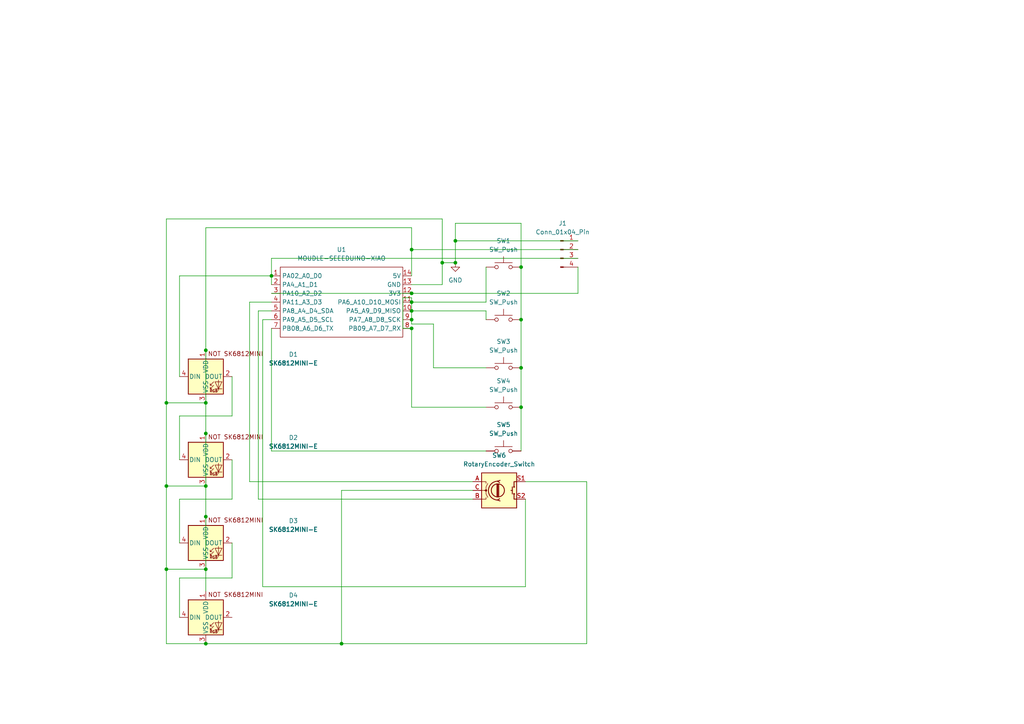
<source format=kicad_sch>
(kicad_sch
	(version 20250114)
	(generator "eeschema")
	(generator_version "9.0")
	(uuid "1af096c3-4b56-410f-862a-c6acb78fde9a")
	(paper "A4")
	(lib_symbols
		(symbol "Connector:Conn_01x04_Pin"
			(pin_names
				(offset 1.016)
				(hide yes)
			)
			(exclude_from_sim no)
			(in_bom yes)
			(on_board yes)
			(property "Reference" "J"
				(at 0 5.08 0)
				(effects
					(font
						(size 1.27 1.27)
					)
				)
			)
			(property "Value" "Conn_01x04_Pin"
				(at 0 -7.62 0)
				(effects
					(font
						(size 1.27 1.27)
					)
				)
			)
			(property "Footprint" ""
				(at 0 0 0)
				(effects
					(font
						(size 1.27 1.27)
					)
					(hide yes)
				)
			)
			(property "Datasheet" "~"
				(at 0 0 0)
				(effects
					(font
						(size 1.27 1.27)
					)
					(hide yes)
				)
			)
			(property "Description" "Generic connector, single row, 01x04, script generated"
				(at 0 0 0)
				(effects
					(font
						(size 1.27 1.27)
					)
					(hide yes)
				)
			)
			(property "ki_locked" ""
				(at 0 0 0)
				(effects
					(font
						(size 1.27 1.27)
					)
				)
			)
			(property "ki_keywords" "connector"
				(at 0 0 0)
				(effects
					(font
						(size 1.27 1.27)
					)
					(hide yes)
				)
			)
			(property "ki_fp_filters" "Connector*:*_1x??_*"
				(at 0 0 0)
				(effects
					(font
						(size 1.27 1.27)
					)
					(hide yes)
				)
			)
			(symbol "Conn_01x04_Pin_1_1"
				(rectangle
					(start 0.8636 2.667)
					(end 0 2.413)
					(stroke
						(width 0.1524)
						(type default)
					)
					(fill
						(type outline)
					)
				)
				(rectangle
					(start 0.8636 0.127)
					(end 0 -0.127)
					(stroke
						(width 0.1524)
						(type default)
					)
					(fill
						(type outline)
					)
				)
				(rectangle
					(start 0.8636 -2.413)
					(end 0 -2.667)
					(stroke
						(width 0.1524)
						(type default)
					)
					(fill
						(type outline)
					)
				)
				(rectangle
					(start 0.8636 -4.953)
					(end 0 -5.207)
					(stroke
						(width 0.1524)
						(type default)
					)
					(fill
						(type outline)
					)
				)
				(polyline
					(pts
						(xy 1.27 2.54) (xy 0.8636 2.54)
					)
					(stroke
						(width 0.1524)
						(type default)
					)
					(fill
						(type none)
					)
				)
				(polyline
					(pts
						(xy 1.27 0) (xy 0.8636 0)
					)
					(stroke
						(width 0.1524)
						(type default)
					)
					(fill
						(type none)
					)
				)
				(polyline
					(pts
						(xy 1.27 -2.54) (xy 0.8636 -2.54)
					)
					(stroke
						(width 0.1524)
						(type default)
					)
					(fill
						(type none)
					)
				)
				(polyline
					(pts
						(xy 1.27 -5.08) (xy 0.8636 -5.08)
					)
					(stroke
						(width 0.1524)
						(type default)
					)
					(fill
						(type none)
					)
				)
				(pin passive line
					(at 5.08 2.54 180)
					(length 3.81)
					(name "Pin_1"
						(effects
							(font
								(size 1.27 1.27)
							)
						)
					)
					(number "1"
						(effects
							(font
								(size 1.27 1.27)
							)
						)
					)
				)
				(pin passive line
					(at 5.08 0 180)
					(length 3.81)
					(name "Pin_2"
						(effects
							(font
								(size 1.27 1.27)
							)
						)
					)
					(number "2"
						(effects
							(font
								(size 1.27 1.27)
							)
						)
					)
				)
				(pin passive line
					(at 5.08 -2.54 180)
					(length 3.81)
					(name "Pin_3"
						(effects
							(font
								(size 1.27 1.27)
							)
						)
					)
					(number "3"
						(effects
							(font
								(size 1.27 1.27)
							)
						)
					)
				)
				(pin passive line
					(at 5.08 -5.08 180)
					(length 3.81)
					(name "Pin_4"
						(effects
							(font
								(size 1.27 1.27)
							)
						)
					)
					(number "4"
						(effects
							(font
								(size 1.27 1.27)
							)
						)
					)
				)
			)
			(embedded_fonts no)
		)
		(symbol "Device:RotaryEncoder_Switch"
			(pin_names
				(offset 0.254)
				(hide yes)
			)
			(exclude_from_sim no)
			(in_bom yes)
			(on_board yes)
			(property "Reference" "SW"
				(at 0 6.604 0)
				(effects
					(font
						(size 1.27 1.27)
					)
				)
			)
			(property "Value" "RotaryEncoder_Switch"
				(at 0 -6.604 0)
				(effects
					(font
						(size 1.27 1.27)
					)
				)
			)
			(property "Footprint" ""
				(at -3.81 4.064 0)
				(effects
					(font
						(size 1.27 1.27)
					)
					(hide yes)
				)
			)
			(property "Datasheet" "~"
				(at 0 6.604 0)
				(effects
					(font
						(size 1.27 1.27)
					)
					(hide yes)
				)
			)
			(property "Description" "Rotary encoder, dual channel, incremental quadrate outputs, with switch"
				(at 0 0 0)
				(effects
					(font
						(size 1.27 1.27)
					)
					(hide yes)
				)
			)
			(property "ki_keywords" "rotary switch encoder switch push button"
				(at 0 0 0)
				(effects
					(font
						(size 1.27 1.27)
					)
					(hide yes)
				)
			)
			(property "ki_fp_filters" "RotaryEncoder*Switch*"
				(at 0 0 0)
				(effects
					(font
						(size 1.27 1.27)
					)
					(hide yes)
				)
			)
			(symbol "RotaryEncoder_Switch_0_1"
				(rectangle
					(start -5.08 5.08)
					(end 5.08 -5.08)
					(stroke
						(width 0.254)
						(type default)
					)
					(fill
						(type background)
					)
				)
				(polyline
					(pts
						(xy -5.08 2.54) (xy -3.81 2.54) (xy -3.81 2.032)
					)
					(stroke
						(width 0)
						(type default)
					)
					(fill
						(type none)
					)
				)
				(polyline
					(pts
						(xy -5.08 0) (xy -3.81 0) (xy -3.81 -1.016) (xy -3.302 -2.032)
					)
					(stroke
						(width 0)
						(type default)
					)
					(fill
						(type none)
					)
				)
				(polyline
					(pts
						(xy -5.08 -2.54) (xy -3.81 -2.54) (xy -3.81 -2.032)
					)
					(stroke
						(width 0)
						(type default)
					)
					(fill
						(type none)
					)
				)
				(polyline
					(pts
						(xy -4.318 0) (xy -3.81 0) (xy -3.81 1.016) (xy -3.302 2.032)
					)
					(stroke
						(width 0)
						(type default)
					)
					(fill
						(type none)
					)
				)
				(circle
					(center -3.81 0)
					(radius 0.254)
					(stroke
						(width 0)
						(type default)
					)
					(fill
						(type outline)
					)
				)
				(polyline
					(pts
						(xy -0.635 -1.778) (xy -0.635 1.778)
					)
					(stroke
						(width 0.254)
						(type default)
					)
					(fill
						(type none)
					)
				)
				(circle
					(center -0.381 0)
					(radius 1.905)
					(stroke
						(width 0.254)
						(type default)
					)
					(fill
						(type none)
					)
				)
				(polyline
					(pts
						(xy -0.381 -1.778) (xy -0.381 1.778)
					)
					(stroke
						(width 0.254)
						(type default)
					)
					(fill
						(type none)
					)
				)
				(arc
					(start -0.381 -2.794)
					(mid -3.0988 -0.0635)
					(end -0.381 2.667)
					(stroke
						(width 0.254)
						(type default)
					)
					(fill
						(type none)
					)
				)
				(polyline
					(pts
						(xy -0.127 1.778) (xy -0.127 -1.778)
					)
					(stroke
						(width 0.254)
						(type default)
					)
					(fill
						(type none)
					)
				)
				(polyline
					(pts
						(xy 0.254 2.921) (xy -0.508 2.667) (xy 0.127 2.286)
					)
					(stroke
						(width 0.254)
						(type default)
					)
					(fill
						(type none)
					)
				)
				(polyline
					(pts
						(xy 0.254 -3.048) (xy -0.508 -2.794) (xy 0.127 -2.413)
					)
					(stroke
						(width 0.254)
						(type default)
					)
					(fill
						(type none)
					)
				)
				(polyline
					(pts
						(xy 3.81 1.016) (xy 3.81 -1.016)
					)
					(stroke
						(width 0.254)
						(type default)
					)
					(fill
						(type none)
					)
				)
				(polyline
					(pts
						(xy 3.81 0) (xy 3.429 0)
					)
					(stroke
						(width 0.254)
						(type default)
					)
					(fill
						(type none)
					)
				)
				(circle
					(center 4.318 1.016)
					(radius 0.127)
					(stroke
						(width 0.254)
						(type default)
					)
					(fill
						(type none)
					)
				)
				(circle
					(center 4.318 -1.016)
					(radius 0.127)
					(stroke
						(width 0.254)
						(type default)
					)
					(fill
						(type none)
					)
				)
				(polyline
					(pts
						(xy 5.08 2.54) (xy 4.318 2.54) (xy 4.318 1.016)
					)
					(stroke
						(width 0.254)
						(type default)
					)
					(fill
						(type none)
					)
				)
				(polyline
					(pts
						(xy 5.08 -2.54) (xy 4.318 -2.54) (xy 4.318 -1.016)
					)
					(stroke
						(width 0.254)
						(type default)
					)
					(fill
						(type none)
					)
				)
			)
			(symbol "RotaryEncoder_Switch_1_1"
				(pin passive line
					(at -7.62 2.54 0)
					(length 2.54)
					(name "A"
						(effects
							(font
								(size 1.27 1.27)
							)
						)
					)
					(number "A"
						(effects
							(font
								(size 1.27 1.27)
							)
						)
					)
				)
				(pin passive line
					(at -7.62 0 0)
					(length 2.54)
					(name "C"
						(effects
							(font
								(size 1.27 1.27)
							)
						)
					)
					(number "C"
						(effects
							(font
								(size 1.27 1.27)
							)
						)
					)
				)
				(pin passive line
					(at -7.62 -2.54 0)
					(length 2.54)
					(name "B"
						(effects
							(font
								(size 1.27 1.27)
							)
						)
					)
					(number "B"
						(effects
							(font
								(size 1.27 1.27)
							)
						)
					)
				)
				(pin passive line
					(at 7.62 2.54 180)
					(length 2.54)
					(name "S1"
						(effects
							(font
								(size 1.27 1.27)
							)
						)
					)
					(number "S1"
						(effects
							(font
								(size 1.27 1.27)
							)
						)
					)
				)
				(pin passive line
					(at 7.62 -2.54 180)
					(length 2.54)
					(name "S2"
						(effects
							(font
								(size 1.27 1.27)
							)
						)
					)
					(number "S2"
						(effects
							(font
								(size 1.27 1.27)
							)
						)
					)
				)
			)
			(embedded_fonts no)
		)
		(symbol "Hackpad:SK6812MINI-E"
			(pin_names
				(offset 0.254)
			)
			(exclude_from_sim no)
			(in_bom yes)
			(on_board yes)
			(property "Reference" "D"
				(at -3.556 5.842 0)
				(effects
					(font
						(size 1.27 1.27)
					)
					(justify right bottom)
				)
			)
			(property "Value" "SK6812MINI-E"
				(at 1.27 -5.715 0)
				(effects
					(font
						(size 1.27 1.27)
						(thickness 0.254)
						(bold yes)
					)
					(justify left top)
				)
			)
			(property "Footprint" "SK6812MINI-E - 3.2x2.8x1.78mm"
				(at 1.27 -7.62 0)
				(effects
					(font
						(size 1.27 1.27)
					)
					(justify left top)
					(hide yes)
				)
			)
			(property "Datasheet" "https://cdn-shop.adafruit.com/product-files/4960/4960_SK6812MINI-E_REV02_EN.pdf"
				(at 2.54 -9.525 0)
				(effects
					(font
						(size 1.27 1.27)
					)
					(justify left top)
					(hide yes)
				)
			)
			(property "Description" "RGB LED with integrated controller"
				(at 0 0 0)
				(effects
					(font
						(size 1.27 1.27)
					)
					(hide yes)
				)
			)
			(property "ki_keywords" "RGB LED NeoPixel Mini addressable"
				(at 0 0 0)
				(effects
					(font
						(size 1.27 1.27)
					)
					(hide yes)
				)
			)
			(property "ki_fp_filters" "LED*SK6812MINI*PLCC*3.5x3.5mm*P1.75mm*"
				(at 0 0 0)
				(effects
					(font
						(size 1.27 1.27)
					)
					(hide yes)
				)
			)
			(symbol "SK6812MINI-E_0_0"
				(text "RGB"
					(at 2.286 -4.191 0)
					(effects
						(font
							(size 0.762 0.762)
						)
					)
				)
			)
			(symbol "SK6812MINI-E_0_1"
				(rectangle
					(start -5.08 5.08)
					(end 5.08 -5.08)
					(stroke
						(width 0.254)
						(type default)
					)
					(fill
						(type background)
					)
				)
				(polyline
					(pts
						(xy 1.27 -2.54) (xy 1.778 -2.54)
					)
					(stroke
						(width 0)
						(type default)
					)
					(fill
						(type none)
					)
				)
				(polyline
					(pts
						(xy 1.27 -3.556) (xy 1.778 -3.556)
					)
					(stroke
						(width 0)
						(type default)
					)
					(fill
						(type none)
					)
				)
				(polyline
					(pts
						(xy 2.286 -1.524) (xy 1.27 -2.54) (xy 1.27 -2.032)
					)
					(stroke
						(width 0)
						(type default)
					)
					(fill
						(type none)
					)
				)
				(polyline
					(pts
						(xy 2.286 -2.54) (xy 1.27 -3.556) (xy 1.27 -3.048)
					)
					(stroke
						(width 0)
						(type default)
					)
					(fill
						(type none)
					)
				)
				(polyline
					(pts
						(xy 3.683 -1.016) (xy 3.683 -3.556) (xy 3.683 -4.064)
					)
					(stroke
						(width 0)
						(type default)
					)
					(fill
						(type none)
					)
				)
				(polyline
					(pts
						(xy 4.699 -1.524) (xy 2.667 -1.524) (xy 3.683 -3.556) (xy 4.699 -1.524)
					)
					(stroke
						(width 0)
						(type default)
					)
					(fill
						(type none)
					)
				)
				(polyline
					(pts
						(xy 4.699 -3.556) (xy 2.667 -3.556)
					)
					(stroke
						(width 0)
						(type default)
					)
					(fill
						(type none)
					)
				)
			)
			(symbol "SK6812MINI-E_1_1"
				(text "NOT SK6812MINI"
					(at 8.636 6.604 0)
					(effects
						(font
							(size 1.27 1.27)
						)
					)
				)
				(pin input line
					(at -7.62 0 0)
					(length 2.54)
					(name "DIN"
						(effects
							(font
								(size 1.27 1.27)
							)
						)
					)
					(number "4"
						(effects
							(font
								(size 1.27 1.27)
							)
						)
					)
				)
				(pin power_in line
					(at 0 7.62 270)
					(length 2.54)
					(name "VDD"
						(effects
							(font
								(size 1.27 1.27)
							)
						)
					)
					(number "1"
						(effects
							(font
								(size 1.27 1.27)
							)
						)
					)
				)
				(pin power_in line
					(at 0 -7.62 90)
					(length 2.54)
					(name "VSS"
						(effects
							(font
								(size 1.27 1.27)
							)
						)
					)
					(number "3"
						(effects
							(font
								(size 1.27 1.27)
							)
						)
					)
				)
				(pin output line
					(at 7.62 0 180)
					(length 2.54)
					(name "DOUT"
						(effects
							(font
								(size 1.27 1.27)
							)
						)
					)
					(number "2"
						(effects
							(font
								(size 1.27 1.27)
							)
						)
					)
				)
			)
			(embedded_fonts no)
		)
		(symbol "Hackpad_xiao:MOUDLE-SEEEDUINO-XIAO"
			(exclude_from_sim no)
			(in_bom yes)
			(on_board yes)
			(property "Reference" "U"
				(at -16.51 11.43 0)
				(effects
					(font
						(size 1.27 1.27)
					)
				)
			)
			(property "Value" "MOUDLE-SEEEDUINO-XIAO"
				(at -3.81 -11.43 0)
				(effects
					(font
						(size 1.27 1.27)
					)
				)
			)
			(property "Footprint" ""
				(at -16.51 2.54 0)
				(effects
					(font
						(size 1.27 1.27)
					)
					(hide yes)
				)
			)
			(property "Datasheet" ""
				(at -16.51 2.54 0)
				(effects
					(font
						(size 1.27 1.27)
					)
					(hide yes)
				)
			)
			(property "Description" ""
				(at 0 0 0)
				(effects
					(font
						(size 1.27 1.27)
					)
					(hide yes)
				)
			)
			(symbol "MOUDLE-SEEEDUINO-XIAO_0_1"
				(rectangle
					(start -16.51 10.16)
					(end 19.05 -10.16)
					(stroke
						(width 0)
						(type default)
					)
					(fill
						(type none)
					)
				)
			)
			(symbol "MOUDLE-SEEEDUINO-XIAO_1_1"
				(pin passive line
					(at -19.05 7.62 0)
					(length 2.54)
					(name "PA02_A0_D0"
						(effects
							(font
								(size 1.27 1.27)
							)
						)
					)
					(number "1"
						(effects
							(font
								(size 1.27 1.27)
							)
						)
					)
				)
				(pin passive line
					(at -19.05 5.08 0)
					(length 2.54)
					(name "PA4_A1_D1"
						(effects
							(font
								(size 1.27 1.27)
							)
						)
					)
					(number "2"
						(effects
							(font
								(size 1.27 1.27)
							)
						)
					)
				)
				(pin passive line
					(at -19.05 2.54 0)
					(length 2.54)
					(name "PA10_A2_D2"
						(effects
							(font
								(size 1.27 1.27)
							)
						)
					)
					(number "3"
						(effects
							(font
								(size 1.27 1.27)
							)
						)
					)
				)
				(pin passive line
					(at -19.05 0 0)
					(length 2.54)
					(name "PA11_A3_D3"
						(effects
							(font
								(size 1.27 1.27)
							)
						)
					)
					(number "4"
						(effects
							(font
								(size 1.27 1.27)
							)
						)
					)
				)
				(pin passive line
					(at -19.05 -2.54 0)
					(length 2.54)
					(name "PA8_A4_D4_SDA"
						(effects
							(font
								(size 1.27 1.27)
							)
						)
					)
					(number "5"
						(effects
							(font
								(size 1.27 1.27)
							)
						)
					)
				)
				(pin passive line
					(at -19.05 -5.08 0)
					(length 2.54)
					(name "PA9_A5_D5_SCL"
						(effects
							(font
								(size 1.27 1.27)
							)
						)
					)
					(number "6"
						(effects
							(font
								(size 1.27 1.27)
							)
						)
					)
				)
				(pin passive line
					(at -19.05 -7.62 0)
					(length 2.54)
					(name "PB08_A6_D6_TX"
						(effects
							(font
								(size 1.27 1.27)
							)
						)
					)
					(number "7"
						(effects
							(font
								(size 1.27 1.27)
							)
						)
					)
				)
				(pin passive line
					(at 21.59 7.62 180)
					(length 2.54)
					(name "5V"
						(effects
							(font
								(size 1.27 1.27)
							)
						)
					)
					(number "14"
						(effects
							(font
								(size 1.27 1.27)
							)
						)
					)
				)
				(pin passive line
					(at 21.59 5.08 180)
					(length 2.54)
					(name "GND"
						(effects
							(font
								(size 1.27 1.27)
							)
						)
					)
					(number "13"
						(effects
							(font
								(size 1.27 1.27)
							)
						)
					)
				)
				(pin passive line
					(at 21.59 2.54 180)
					(length 2.54)
					(name "3V3"
						(effects
							(font
								(size 1.27 1.27)
							)
						)
					)
					(number "12"
						(effects
							(font
								(size 1.27 1.27)
							)
						)
					)
				)
				(pin passive line
					(at 21.59 0 180)
					(length 2.54)
					(name "PA6_A10_D10_MOSI"
						(effects
							(font
								(size 1.27 1.27)
							)
						)
					)
					(number "11"
						(effects
							(font
								(size 1.27 1.27)
							)
						)
					)
				)
				(pin passive line
					(at 21.59 -2.54 180)
					(length 2.54)
					(name "PA5_A9_D9_MISO"
						(effects
							(font
								(size 1.27 1.27)
							)
						)
					)
					(number "10"
						(effects
							(font
								(size 1.27 1.27)
							)
						)
					)
				)
				(pin passive line
					(at 21.59 -5.08 180)
					(length 2.54)
					(name "PA7_A8_D8_SCK"
						(effects
							(font
								(size 1.27 1.27)
							)
						)
					)
					(number "9"
						(effects
							(font
								(size 1.27 1.27)
							)
						)
					)
				)
				(pin passive line
					(at 21.59 -7.62 180)
					(length 2.54)
					(name "PB09_A7_D7_RX"
						(effects
							(font
								(size 1.27 1.27)
							)
						)
					)
					(number "8"
						(effects
							(font
								(size 1.27 1.27)
							)
						)
					)
				)
			)
			(embedded_fonts no)
		)
		(symbol "Switch:SW_Push"
			(pin_numbers
				(hide yes)
			)
			(pin_names
				(offset 1.016)
				(hide yes)
			)
			(exclude_from_sim no)
			(in_bom yes)
			(on_board yes)
			(property "Reference" "SW"
				(at 1.27 2.54 0)
				(effects
					(font
						(size 1.27 1.27)
					)
					(justify left)
				)
			)
			(property "Value" "SW_Push"
				(at 0 -1.524 0)
				(effects
					(font
						(size 1.27 1.27)
					)
				)
			)
			(property "Footprint" ""
				(at 0 5.08 0)
				(effects
					(font
						(size 1.27 1.27)
					)
					(hide yes)
				)
			)
			(property "Datasheet" "~"
				(at 0 5.08 0)
				(effects
					(font
						(size 1.27 1.27)
					)
					(hide yes)
				)
			)
			(property "Description" "Push button switch, generic, two pins"
				(at 0 0 0)
				(effects
					(font
						(size 1.27 1.27)
					)
					(hide yes)
				)
			)
			(property "ki_keywords" "switch normally-open pushbutton push-button"
				(at 0 0 0)
				(effects
					(font
						(size 1.27 1.27)
					)
					(hide yes)
				)
			)
			(symbol "SW_Push_0_1"
				(circle
					(center -2.032 0)
					(radius 0.508)
					(stroke
						(width 0)
						(type default)
					)
					(fill
						(type none)
					)
				)
				(polyline
					(pts
						(xy 0 1.27) (xy 0 3.048)
					)
					(stroke
						(width 0)
						(type default)
					)
					(fill
						(type none)
					)
				)
				(circle
					(center 2.032 0)
					(radius 0.508)
					(stroke
						(width 0)
						(type default)
					)
					(fill
						(type none)
					)
				)
				(polyline
					(pts
						(xy 2.54 1.27) (xy -2.54 1.27)
					)
					(stroke
						(width 0)
						(type default)
					)
					(fill
						(type none)
					)
				)
				(pin passive line
					(at -5.08 0 0)
					(length 2.54)
					(name "1"
						(effects
							(font
								(size 1.27 1.27)
							)
						)
					)
					(number "1"
						(effects
							(font
								(size 1.27 1.27)
							)
						)
					)
				)
				(pin passive line
					(at 5.08 0 180)
					(length 2.54)
					(name "2"
						(effects
							(font
								(size 1.27 1.27)
							)
						)
					)
					(number "2"
						(effects
							(font
								(size 1.27 1.27)
							)
						)
					)
				)
			)
			(embedded_fonts no)
		)
		(symbol "power:GND"
			(power)
			(pin_numbers
				(hide yes)
			)
			(pin_names
				(offset 0)
				(hide yes)
			)
			(exclude_from_sim no)
			(in_bom yes)
			(on_board yes)
			(property "Reference" "#PWR"
				(at 0 -6.35 0)
				(effects
					(font
						(size 1.27 1.27)
					)
					(hide yes)
				)
			)
			(property "Value" "GND"
				(at 0 -3.81 0)
				(effects
					(font
						(size 1.27 1.27)
					)
				)
			)
			(property "Footprint" ""
				(at 0 0 0)
				(effects
					(font
						(size 1.27 1.27)
					)
					(hide yes)
				)
			)
			(property "Datasheet" ""
				(at 0 0 0)
				(effects
					(font
						(size 1.27 1.27)
					)
					(hide yes)
				)
			)
			(property "Description" "Power symbol creates a global label with name \"GND\" , ground"
				(at 0 0 0)
				(effects
					(font
						(size 1.27 1.27)
					)
					(hide yes)
				)
			)
			(property "ki_keywords" "global power"
				(at 0 0 0)
				(effects
					(font
						(size 1.27 1.27)
					)
					(hide yes)
				)
			)
			(symbol "GND_0_1"
				(polyline
					(pts
						(xy 0 0) (xy 0 -1.27) (xy 1.27 -1.27) (xy 0 -2.54) (xy -1.27 -1.27) (xy 0 -1.27)
					)
					(stroke
						(width 0)
						(type default)
					)
					(fill
						(type none)
					)
				)
			)
			(symbol "GND_1_1"
				(pin power_in line
					(at 0 0 270)
					(length 0)
					(name "~"
						(effects
							(font
								(size 1.27 1.27)
							)
						)
					)
					(number "1"
						(effects
							(font
								(size 1.27 1.27)
							)
						)
					)
				)
			)
			(embedded_fonts no)
		)
	)
	(junction
		(at 119.38 92.71)
		(diameter 0)
		(color 0 0 0 0)
		(uuid "03bb5022-dfa7-4afc-b9fb-b5e16e605c90")
	)
	(junction
		(at 59.69 125.73)
		(diameter 0)
		(color 0 0 0 0)
		(uuid "0fad334f-1abf-4901-91c2-ed6d5b0efa2b")
	)
	(junction
		(at 59.69 149.86)
		(diameter 0)
		(color 0 0 0 0)
		(uuid "1c9a11fc-acbc-4177-a4fb-b819744cf484")
	)
	(junction
		(at 99.06 186.69)
		(diameter 0)
		(color 0 0 0 0)
		(uuid "238d3b95-0cbb-41a5-b06d-c90195cb93c9")
	)
	(junction
		(at 48.26 140.97)
		(diameter 0)
		(color 0 0 0 0)
		(uuid "24fc46ab-5f3c-4b32-b709-0eb43407f67c")
	)
	(junction
		(at 78.74 80.01)
		(diameter 0)
		(color 0 0 0 0)
		(uuid "289dd4a4-da4f-40d6-a8cf-7ee9230b1e86")
	)
	(junction
		(at 59.69 165.1)
		(diameter 0)
		(color 0 0 0 0)
		(uuid "2a3108c2-3f8f-4e8c-a835-8533b0545ea7")
	)
	(junction
		(at 59.69 140.97)
		(diameter 0)
		(color 0 0 0 0)
		(uuid "311b054d-1fdb-446a-af7e-45471251fa60")
	)
	(junction
		(at 151.13 92.71)
		(diameter 0)
		(color 0 0 0 0)
		(uuid "370cbebf-4326-42aa-a417-13a175fdb7e6")
	)
	(junction
		(at 59.69 116.84)
		(diameter 0)
		(color 0 0 0 0)
		(uuid "4287d7e5-6c90-4d2f-9298-43bdc6fcc452")
	)
	(junction
		(at 128.27 76.2)
		(diameter 0)
		(color 0 0 0 0)
		(uuid "44f18e3d-3eca-4569-bcee-a9bb460b9ed1")
	)
	(junction
		(at 59.69 101.6)
		(diameter 0)
		(color 0 0 0 0)
		(uuid "4f6316b8-10c6-4a34-96ee-0dde251c6f65")
	)
	(junction
		(at 59.69 186.69)
		(diameter 0)
		(color 0 0 0 0)
		(uuid "5442d089-0848-46fe-a6c4-00f76b388eef")
	)
	(junction
		(at 132.08 69.85)
		(diameter 0)
		(color 0 0 0 0)
		(uuid "560d729b-c8e8-4cf0-a854-e90a424bd9ea")
	)
	(junction
		(at 119.38 85.09)
		(diameter 0)
		(color 0 0 0 0)
		(uuid "5933fea8-8280-4ede-b6e6-4890606d7365")
	)
	(junction
		(at 119.38 95.25)
		(diameter 0)
		(color 0 0 0 0)
		(uuid "6b3bcd77-ed34-4165-92f3-af96668fa6cf")
	)
	(junction
		(at 119.38 90.17)
		(diameter 0)
		(color 0 0 0 0)
		(uuid "6eaf438d-f329-4ae7-9247-577f72c5df50")
	)
	(junction
		(at 119.38 72.39)
		(diameter 0)
		(color 0 0 0 0)
		(uuid "83c6d315-777a-47b7-8df1-fb4c88b4677a")
	)
	(junction
		(at 151.13 118.11)
		(diameter 0)
		(color 0 0 0 0)
		(uuid "b3a1806d-6e39-4041-895b-8f8b8800d456")
	)
	(junction
		(at 48.26 165.1)
		(diameter 0)
		(color 0 0 0 0)
		(uuid "b3c39334-a5fa-483b-9e50-0908cae36ba5")
	)
	(junction
		(at 132.08 76.2)
		(diameter 0)
		(color 0 0 0 0)
		(uuid "bc36294d-2773-4dcb-b80f-c82b90b88cd5")
	)
	(junction
		(at 151.13 77.47)
		(diameter 0)
		(color 0 0 0 0)
		(uuid "df57bdc1-f14d-40d3-bf47-8ca4335ab3f7")
	)
	(junction
		(at 151.13 106.68)
		(diameter 0)
		(color 0 0 0 0)
		(uuid "e3ee713e-8646-4e13-a736-ab97168b263f")
	)
	(junction
		(at 119.38 87.63)
		(diameter 0)
		(color 0 0 0 0)
		(uuid "ef2a59c9-d7e5-4f38-9a50-123619901bda")
	)
	(junction
		(at 48.26 116.84)
		(diameter 0)
		(color 0 0 0 0)
		(uuid "fe995338-4f17-464a-b0e7-9194b5b16fea")
	)
	(wire
		(pts
			(xy 52.07 167.64) (xy 52.07 179.07)
		)
		(stroke
			(width 0)
			(type default)
		)
		(uuid "02599be2-855f-4cea-b670-fa64a54f5403")
	)
	(wire
		(pts
			(xy 48.26 165.1) (xy 59.69 165.1)
		)
		(stroke
			(width 0)
			(type default)
		)
		(uuid "02ac5732-2f3a-4a86-968e-096f99395fcb")
	)
	(wire
		(pts
			(xy 72.39 139.7) (xy 72.39 87.63)
		)
		(stroke
			(width 0)
			(type default)
		)
		(uuid "05cba936-b217-4ed2-bc3c-74ea6f38f310")
	)
	(wire
		(pts
			(xy 116.84 95.25) (xy 119.38 95.25)
		)
		(stroke
			(width 0)
			(type default)
		)
		(uuid "0624f0e0-1b10-4d79-a5da-91b1a3a95669")
	)
	(wire
		(pts
			(xy 119.38 93.98) (xy 119.38 92.71)
		)
		(stroke
			(width 0)
			(type default)
		)
		(uuid "074eb4e3-0700-442b-a3a1-71ba03a5d5d0")
	)
	(wire
		(pts
			(xy 48.26 186.69) (xy 59.69 186.69)
		)
		(stroke
			(width 0)
			(type default)
		)
		(uuid "07e2af86-7da5-427f-92b2-822e344b4eea")
	)
	(wire
		(pts
			(xy 137.16 144.78) (xy 74.93 144.78)
		)
		(stroke
			(width 0)
			(type default)
		)
		(uuid "0decd91d-f1ab-40e6-a0ba-a3b69817e341")
	)
	(wire
		(pts
			(xy 59.69 66.04) (xy 119.38 66.04)
		)
		(stroke
			(width 0)
			(type default)
		)
		(uuid "14e05f87-7b14-4c66-ba79-c761e29ac8af")
	)
	(wire
		(pts
			(xy 132.08 64.77) (xy 132.08 69.85)
		)
		(stroke
			(width 0)
			(type default)
		)
		(uuid "1c844bd3-2c80-4ac4-ba66-7c9b210a63f2")
	)
	(wire
		(pts
			(xy 119.38 118.11) (xy 140.97 118.11)
		)
		(stroke
			(width 0)
			(type default)
		)
		(uuid "1e2d38b5-e48c-43a7-a58c-ecfceb53b6bc")
	)
	(wire
		(pts
			(xy 78.74 130.81) (xy 78.74 95.25)
		)
		(stroke
			(width 0)
			(type default)
		)
		(uuid "234fd9bc-1ba1-4290-a6af-41134cf7056f")
	)
	(wire
		(pts
			(xy 48.26 63.5) (xy 48.26 116.84)
		)
		(stroke
			(width 0)
			(type default)
		)
		(uuid "2b4408b0-89f8-4cfd-8ad8-b95e70398e07")
	)
	(wire
		(pts
			(xy 152.4 144.78) (xy 152.4 170.18)
		)
		(stroke
			(width 0)
			(type default)
		)
		(uuid "2c38cff2-1f17-42bd-9b4f-7f026e60106b")
	)
	(wire
		(pts
			(xy 151.13 77.47) (xy 151.13 64.77)
		)
		(stroke
			(width 0)
			(type default)
		)
		(uuid "35938700-dbd7-42fc-86f4-ba6eb3ffb68a")
	)
	(wire
		(pts
			(xy 170.18 186.69) (xy 99.06 186.69)
		)
		(stroke
			(width 0)
			(type default)
		)
		(uuid "35af334d-ab35-484c-b935-b8d8504b936c")
	)
	(wire
		(pts
			(xy 151.13 77.47) (xy 151.13 92.71)
		)
		(stroke
			(width 0)
			(type default)
		)
		(uuid "3d0eb801-4674-427b-85de-211272416dd2")
	)
	(wire
		(pts
			(xy 59.69 116.84) (xy 59.69 125.73)
		)
		(stroke
			(width 0)
			(type default)
		)
		(uuid "404d7a3d-0f6a-4db8-b0c8-d9b32b007d4e")
	)
	(wire
		(pts
			(xy 140.97 77.47) (xy 140.97 87.63)
		)
		(stroke
			(width 0)
			(type default)
		)
		(uuid "419246da-8b46-40aa-b90b-4a45de8156eb")
	)
	(wire
		(pts
			(xy 151.13 92.71) (xy 151.13 106.68)
		)
		(stroke
			(width 0)
			(type default)
		)
		(uuid "4899e5da-831e-4f35-ad28-49a2d9f54a5e")
	)
	(wire
		(pts
			(xy 119.38 90.17) (xy 140.97 90.17)
		)
		(stroke
			(width 0)
			(type default)
		)
		(uuid "49073953-ebe0-41f8-95c9-d5f6ddd56a3b")
	)
	(wire
		(pts
			(xy 67.31 120.65) (xy 52.07 120.65)
		)
		(stroke
			(width 0)
			(type default)
		)
		(uuid "4c68a3ac-a5a8-498f-b061-8ed4344c70f2")
	)
	(wire
		(pts
			(xy 48.26 140.97) (xy 48.26 165.1)
		)
		(stroke
			(width 0)
			(type default)
		)
		(uuid "570aa49c-409a-42db-990e-6365d3b2a149")
	)
	(wire
		(pts
			(xy 151.13 118.11) (xy 151.13 130.81)
		)
		(stroke
			(width 0)
			(type default)
		)
		(uuid "623bd109-e71a-4303-bd4d-f7e0f5cc268a")
	)
	(wire
		(pts
			(xy 119.38 66.04) (xy 119.38 72.39)
		)
		(stroke
			(width 0)
			(type default)
		)
		(uuid "62d8e0ab-8182-4362-bdae-34f14292e31d")
	)
	(wire
		(pts
			(xy 140.97 130.81) (xy 78.74 130.81)
		)
		(stroke
			(width 0)
			(type default)
		)
		(uuid "63b59957-4764-44b0-b778-718efc85149f")
	)
	(wire
		(pts
			(xy 119.38 90.17) (xy 119.38 92.71)
		)
		(stroke
			(width 0)
			(type default)
		)
		(uuid "647acffa-10c0-40f6-888a-c30c0919571e")
	)
	(wire
		(pts
			(xy 167.64 69.85) (xy 132.08 69.85)
		)
		(stroke
			(width 0)
			(type default)
		)
		(uuid "6ba52b64-3b1f-4043-b715-d88267fde484")
	)
	(wire
		(pts
			(xy 52.07 80.01) (xy 78.74 80.01)
		)
		(stroke
			(width 0)
			(type default)
		)
		(uuid "6d0ed476-6bda-48ee-9a1f-5efbbbc62089")
	)
	(wire
		(pts
			(xy 125.73 93.98) (xy 125.73 106.68)
		)
		(stroke
			(width 0)
			(type default)
		)
		(uuid "6f90ec7b-eca4-441d-aa10-34ada6119488")
	)
	(wire
		(pts
			(xy 137.16 142.24) (xy 99.06 142.24)
		)
		(stroke
			(width 0)
			(type default)
		)
		(uuid "734f0585-09d3-4bb7-8891-faa8c4143cdd")
	)
	(wire
		(pts
			(xy 128.27 63.5) (xy 48.26 63.5)
		)
		(stroke
			(width 0)
			(type default)
		)
		(uuid "73eb9430-9e63-404b-b99c-b2d4fd083bb2")
	)
	(wire
		(pts
			(xy 78.74 80.01) (xy 78.74 82.55)
		)
		(stroke
			(width 0)
			(type default)
		)
		(uuid "7861ad11-dd89-4850-96ff-9e07fa4d5edc")
	)
	(wire
		(pts
			(xy 167.64 72.39) (xy 119.38 72.39)
		)
		(stroke
			(width 0)
			(type default)
		)
		(uuid "7a0c5b9b-1480-461c-a737-2dd088ceb958")
	)
	(wire
		(pts
			(xy 125.73 93.98) (xy 119.38 93.98)
		)
		(stroke
			(width 0)
			(type default)
		)
		(uuid "7a7304db-a9d4-4dea-a65c-ba3d0f865028")
	)
	(wire
		(pts
			(xy 99.06 186.69) (xy 59.69 186.69)
		)
		(stroke
			(width 0)
			(type default)
		)
		(uuid "7f52a0ee-e02c-43f7-a536-f9d1af6377c5")
	)
	(wire
		(pts
			(xy 48.26 140.97) (xy 59.69 140.97)
		)
		(stroke
			(width 0)
			(type default)
		)
		(uuid "83a9da53-913e-4943-a319-e2c4fbfef527")
	)
	(wire
		(pts
			(xy 152.4 170.18) (xy 76.2 170.18)
		)
		(stroke
			(width 0)
			(type default)
		)
		(uuid "85812a93-5275-4a4d-bec8-800d7f1eda81")
	)
	(wire
		(pts
			(xy 59.69 101.6) (xy 59.69 116.84)
		)
		(stroke
			(width 0)
			(type default)
		)
		(uuid "85ac89f1-4a3e-4287-8da5-4b3acc9b9b8f")
	)
	(wire
		(pts
			(xy 152.4 139.7) (xy 170.18 139.7)
		)
		(stroke
			(width 0)
			(type default)
		)
		(uuid "8c26ad4e-38dd-4194-9546-202b4b8ee7a2")
	)
	(wire
		(pts
			(xy 59.69 66.04) (xy 59.69 101.6)
		)
		(stroke
			(width 0)
			(type default)
		)
		(uuid "8ce82789-4573-49f3-87a2-985c82251dd6")
	)
	(wire
		(pts
			(xy 167.64 74.93) (xy 78.74 74.93)
		)
		(stroke
			(width 0)
			(type default)
		)
		(uuid "9252c8e2-96d9-4b3f-b98e-6898fa74d8e9")
	)
	(wire
		(pts
			(xy 119.38 87.63) (xy 119.38 90.17)
		)
		(stroke
			(width 0)
			(type default)
		)
		(uuid "97173479-98fa-4b0e-a04f-b5ae4fc170e9")
	)
	(wire
		(pts
			(xy 78.74 74.93) (xy 78.74 80.01)
		)
		(stroke
			(width 0)
			(type default)
		)
		(uuid "9a28dabe-d30e-4ad3-9a43-ff8795f6de98")
	)
	(wire
		(pts
			(xy 52.07 144.78) (xy 52.07 157.48)
		)
		(stroke
			(width 0)
			(type default)
		)
		(uuid "9afb90c4-46f1-4f1b-b93b-f7b63d532733")
	)
	(wire
		(pts
			(xy 99.06 142.24) (xy 99.06 186.69)
		)
		(stroke
			(width 0)
			(type default)
		)
		(uuid "9b6ea27e-9353-41a3-8c49-7c2dbb69f86a")
	)
	(wire
		(pts
			(xy 132.08 76.2) (xy 128.27 76.2)
		)
		(stroke
			(width 0)
			(type default)
		)
		(uuid "9c3e4634-f3b5-43ba-9cee-acb5f43e3969")
	)
	(wire
		(pts
			(xy 59.69 149.86) (xy 59.69 165.1)
		)
		(stroke
			(width 0)
			(type default)
		)
		(uuid "9e9cc06a-da32-404f-893e-9163c7086426")
	)
	(wire
		(pts
			(xy 59.69 140.97) (xy 59.69 149.86)
		)
		(stroke
			(width 0)
			(type default)
		)
		(uuid "9f58e7be-0ddc-4c7a-9063-ed170e55e2f1")
	)
	(wire
		(pts
			(xy 116.84 86.36) (xy 119.38 86.36)
		)
		(stroke
			(width 0)
			(type default)
		)
		(uuid "a1f55309-0b1d-4153-8df5-41a5fe507e07")
	)
	(wire
		(pts
			(xy 119.38 72.39) (xy 119.38 80.01)
		)
		(stroke
			(width 0)
			(type default)
		)
		(uuid "a4a014d2-f8b5-4eef-ac72-ed8e21a91bd8")
	)
	(wire
		(pts
			(xy 48.26 165.1) (xy 48.26 186.69)
		)
		(stroke
			(width 0)
			(type default)
		)
		(uuid "a677748b-65c3-4846-8c66-d31f2349c387")
	)
	(wire
		(pts
			(xy 140.97 90.17) (xy 140.97 92.71)
		)
		(stroke
			(width 0)
			(type default)
		)
		(uuid "a6d35955-9845-4b27-914c-a2771d9a6323")
	)
	(wire
		(pts
			(xy 116.84 95.25) (xy 116.84 86.36)
		)
		(stroke
			(width 0)
			(type default)
		)
		(uuid "a8818ce1-bf40-486f-a656-f23dff44d054")
	)
	(wire
		(pts
			(xy 67.31 167.64) (xy 52.07 167.64)
		)
		(stroke
			(width 0)
			(type default)
		)
		(uuid "addd2131-47e8-424d-9c4a-235caadef7d4")
	)
	(wire
		(pts
			(xy 128.27 82.55) (xy 119.38 82.55)
		)
		(stroke
			(width 0)
			(type default)
		)
		(uuid "af0c1340-bc47-4718-aad7-9c62e8a9381f")
	)
	(wire
		(pts
			(xy 167.64 77.47) (xy 167.64 85.09)
		)
		(stroke
			(width 0)
			(type default)
		)
		(uuid "af1abe09-4b45-4b30-9232-99dd4f6036e9")
	)
	(wire
		(pts
			(xy 67.31 157.48) (xy 67.31 167.64)
		)
		(stroke
			(width 0)
			(type default)
		)
		(uuid "b168c988-40ec-48fd-9a8f-d2f4a1612538")
	)
	(wire
		(pts
			(xy 52.07 120.65) (xy 52.07 133.35)
		)
		(stroke
			(width 0)
			(type default)
		)
		(uuid "bcc8c1bc-c4fa-454e-aff4-33ad6a3a7b44")
	)
	(wire
		(pts
			(xy 140.97 87.63) (xy 119.38 87.63)
		)
		(stroke
			(width 0)
			(type default)
		)
		(uuid "c032b3a2-fd8e-4258-ab5d-01bf5df1b99e")
	)
	(wire
		(pts
			(xy 119.38 85.09) (xy 167.64 85.09)
		)
		(stroke
			(width 0)
			(type default)
		)
		(uuid "c97ff146-9e34-4453-bcce-a755e16f8ee1")
	)
	(wire
		(pts
			(xy 78.74 85.09) (xy 119.38 85.09)
		)
		(stroke
			(width 0)
			(type default)
		)
		(uuid "caaa757b-8cd3-4bea-8dd7-953386004ee4")
	)
	(wire
		(pts
			(xy 67.31 109.22) (xy 67.31 120.65)
		)
		(stroke
			(width 0)
			(type default)
		)
		(uuid "cacfbbb4-8e05-4019-afb9-39110de49598")
	)
	(wire
		(pts
			(xy 137.16 139.7) (xy 72.39 139.7)
		)
		(stroke
			(width 0)
			(type default)
		)
		(uuid "ce9ca3c7-637c-4ce0-8316-11455a41a310")
	)
	(wire
		(pts
			(xy 67.31 133.35) (xy 67.31 144.78)
		)
		(stroke
			(width 0)
			(type default)
		)
		(uuid "d2ff8a35-fcea-4a7e-96a0-532de9fe9b7b")
	)
	(wire
		(pts
			(xy 151.13 106.68) (xy 151.13 118.11)
		)
		(stroke
			(width 0)
			(type default)
		)
		(uuid "d44ab4f9-fde4-47a7-bc8d-39fd1d8c7979")
	)
	(wire
		(pts
			(xy 48.26 116.84) (xy 48.26 140.97)
		)
		(stroke
			(width 0)
			(type default)
		)
		(uuid "d583b780-4a20-49a0-a234-341ea2ea46d7")
	)
	(wire
		(pts
			(xy 128.27 76.2) (xy 128.27 82.55)
		)
		(stroke
			(width 0)
			(type default)
		)
		(uuid "de8b8980-e438-4ff3-a3fd-889ac61afb2c")
	)
	(wire
		(pts
			(xy 72.39 87.63) (xy 78.74 87.63)
		)
		(stroke
			(width 0)
			(type default)
		)
		(uuid "df7ff180-69e7-4550-b748-5f563478809c")
	)
	(wire
		(pts
			(xy 170.18 139.7) (xy 170.18 186.69)
		)
		(stroke
			(width 0)
			(type default)
		)
		(uuid "dfd31aef-0bc0-4341-93b8-5ff901629741")
	)
	(wire
		(pts
			(xy 59.69 125.73) (xy 59.69 140.97)
		)
		(stroke
			(width 0)
			(type default)
		)
		(uuid "e5054a80-8397-4dec-845f-11ae4cd242c4")
	)
	(wire
		(pts
			(xy 151.13 64.77) (xy 132.08 64.77)
		)
		(stroke
			(width 0)
			(type default)
		)
		(uuid "ebcda48e-bbd6-439a-9347-a6e30c5e8d88")
	)
	(wire
		(pts
			(xy 76.2 170.18) (xy 76.2 92.71)
		)
		(stroke
			(width 0)
			(type default)
		)
		(uuid "ec23a54e-b076-4bae-8930-ec55cc2b73aa")
	)
	(wire
		(pts
			(xy 132.08 69.85) (xy 132.08 76.2)
		)
		(stroke
			(width 0)
			(type default)
		)
		(uuid "ed4a775d-b48e-4116-882e-a7f65bf942ab")
	)
	(wire
		(pts
			(xy 74.93 90.17) (xy 78.74 90.17)
		)
		(stroke
			(width 0)
			(type default)
		)
		(uuid "f04a620e-42d8-483a-a4c0-56be90cdb837")
	)
	(wire
		(pts
			(xy 76.2 92.71) (xy 78.74 92.71)
		)
		(stroke
			(width 0)
			(type default)
		)
		(uuid "f0702ce6-b05e-458f-8c6a-8059b3108773")
	)
	(wire
		(pts
			(xy 48.26 116.84) (xy 59.69 116.84)
		)
		(stroke
			(width 0)
			(type default)
		)
		(uuid "f10407fd-3ae8-41bc-8b30-ed2f1e493ad3")
	)
	(wire
		(pts
			(xy 125.73 106.68) (xy 140.97 106.68)
		)
		(stroke
			(width 0)
			(type default)
		)
		(uuid "f1c6afbb-28c0-4235-9557-8de4200b15ce")
	)
	(wire
		(pts
			(xy 67.31 144.78) (xy 52.07 144.78)
		)
		(stroke
			(width 0)
			(type default)
		)
		(uuid "f2d8d280-6937-4b19-97fc-6a75feb46db0")
	)
	(wire
		(pts
			(xy 52.07 109.22) (xy 52.07 80.01)
		)
		(stroke
			(width 0)
			(type default)
		)
		(uuid "f449d909-c1a6-47a5-89f8-23910da674a9")
	)
	(wire
		(pts
			(xy 128.27 76.2) (xy 128.27 63.5)
		)
		(stroke
			(width 0)
			(type default)
		)
		(uuid "f54f5b1c-d42e-45da-9751-d3a4cfc03b36")
	)
	(wire
		(pts
			(xy 59.69 165.1) (xy 59.69 171.45)
		)
		(stroke
			(width 0)
			(type default)
		)
		(uuid "f55c8e3d-7931-46f4-a450-c25fd4899337")
	)
	(wire
		(pts
			(xy 119.38 86.36) (xy 119.38 87.63)
		)
		(stroke
			(width 0)
			(type default)
		)
		(uuid "f8a64aa9-8c9d-4ee8-9a00-78e94d4fcad9")
	)
	(wire
		(pts
			(xy 74.93 144.78) (xy 74.93 90.17)
		)
		(stroke
			(width 0)
			(type default)
		)
		(uuid "fd6f9fdb-2aff-4403-96a9-772077dbb9b6")
	)
	(wire
		(pts
			(xy 119.38 95.25) (xy 119.38 118.11)
		)
		(stroke
			(width 0)
			(type default)
		)
		(uuid "ffc56a1f-d5f0-44ca-93ba-5a82d0c0e7fc")
	)
	(symbol
		(lib_id "Connector:Conn_01x04_Pin")
		(at 162.56 72.39 0)
		(unit 1)
		(exclude_from_sim no)
		(in_bom yes)
		(on_board yes)
		(dnp no)
		(fields_autoplaced yes)
		(uuid "2c5b3ce8-63e3-448e-8674-fc3a15ff56a8")
		(property "Reference" "J1"
			(at 163.195 64.77 0)
			(effects
				(font
					(size 1.27 1.27)
				)
			)
		)
		(property "Value" "Conn_01x04_Pin"
			(at 163.195 67.31 0)
			(effects
				(font
					(size 1.27 1.27)
				)
			)
		)
		(property "Footprint" "Connector_PinHeader_2.54mm:PinHeader_1x04_P2.54mm_Vertical"
			(at 162.56 72.39 0)
			(effects
				(font
					(size 1.27 1.27)
				)
				(hide yes)
			)
		)
		(property "Datasheet" "~"
			(at 162.56 72.39 0)
			(effects
				(font
					(size 1.27 1.27)
				)
				(hide yes)
			)
		)
		(property "Description" "Generic connector, single row, 01x04, script generated"
			(at 162.56 72.39 0)
			(effects
				(font
					(size 1.27 1.27)
				)
				(hide yes)
			)
		)
		(pin "4"
			(uuid "5884e8c0-03aa-4b52-b238-287ced59fb61")
		)
		(pin "3"
			(uuid "103787fc-d19a-4c69-8315-c341364a5379")
		)
		(pin "2"
			(uuid "1b352e19-5b16-4603-a79c-b58660208f21")
		)
		(pin "1"
			(uuid "a36fba7d-32ac-42ea-b306-e0d447282760")
		)
		(instances
			(project ""
				(path "/1af096c3-4b56-410f-862a-c6acb78fde9a"
					(reference "J1")
					(unit 1)
				)
			)
		)
	)
	(symbol
		(lib_id "Hackpad_xiao:MOUDLE-SEEEDUINO-XIAO")
		(at 97.79 87.63 0)
		(unit 1)
		(exclude_from_sim no)
		(in_bom yes)
		(on_board yes)
		(dnp no)
		(fields_autoplaced yes)
		(uuid "5b2b48fd-81f3-4f83-a6a6-f3587d19cacd")
		(property "Reference" "U1"
			(at 99.06 72.39 0)
			(effects
				(font
					(size 1.27 1.27)
				)
			)
		)
		(property "Value" "MOUDLE-SEEEDUINO-XIAO"
			(at 99.06 74.93 0)
			(effects
				(font
					(size 1.27 1.27)
				)
			)
		)
		(property "Footprint" "Hackpad:XIAO-Generic-Hybrid-14P-2.54-21X17.8MM"
			(at 81.28 85.09 0)
			(effects
				(font
					(size 1.27 1.27)
				)
				(hide yes)
			)
		)
		(property "Datasheet" ""
			(at 81.28 85.09 0)
			(effects
				(font
					(size 1.27 1.27)
				)
				(hide yes)
			)
		)
		(property "Description" ""
			(at 97.79 87.63 0)
			(effects
				(font
					(size 1.27 1.27)
				)
				(hide yes)
			)
		)
		(pin "11"
			(uuid "48869f3d-32cc-4f01-9b09-f363d93fb329")
		)
		(pin "10"
			(uuid "28fe3435-c534-4945-87a8-18c8065f72d4")
		)
		(pin "4"
			(uuid "c5be0c9b-29f5-4bb3-bde3-b677a65e0547")
		)
		(pin "5"
			(uuid "02da3954-1097-4de5-9b2d-d3e995f75512")
		)
		(pin "1"
			(uuid "e3580347-f3b6-4d13-a589-0ec36d450db7")
		)
		(pin "3"
			(uuid "6c888d74-de94-4162-a113-6a3e34f9bf4b")
		)
		(pin "2"
			(uuid "8339eab7-d39d-4b72-a4ff-7c1d6a809595")
		)
		(pin "6"
			(uuid "6b788f32-8520-47db-87c5-ebe705658043")
		)
		(pin "7"
			(uuid "78fa35e3-e991-4a9b-9eca-cfb0f4ffbd74")
		)
		(pin "14"
			(uuid "1b2852be-c300-4c6f-9321-31224d74651a")
		)
		(pin "13"
			(uuid "6aef2e93-4e0a-4670-94aa-70f8b38091ce")
		)
		(pin "12"
			(uuid "5c8b11ad-095c-45b9-9f7d-be1ba856c2dc")
		)
		(pin "9"
			(uuid "66092de6-2c58-4183-ae3e-caac2ad93a27")
		)
		(pin "8"
			(uuid "5e990f6a-a776-4963-9082-ba730ba997be")
		)
		(instances
			(project ""
				(path "/1af096c3-4b56-410f-862a-c6acb78fde9a"
					(reference "U1")
					(unit 1)
				)
			)
		)
	)
	(symbol
		(lib_id "Switch:SW_Push")
		(at 146.05 118.11 0)
		(unit 1)
		(exclude_from_sim no)
		(in_bom yes)
		(on_board yes)
		(dnp no)
		(fields_autoplaced yes)
		(uuid "5d9ae9d4-167b-4309-b8de-b7e98469550a")
		(property "Reference" "SW4"
			(at 146.05 110.49 0)
			(effects
				(font
					(size 1.27 1.27)
				)
			)
		)
		(property "Value" "SW_Push"
			(at 146.05 113.03 0)
			(effects
				(font
					(size 1.27 1.27)
				)
			)
		)
		(property "Footprint" "Button_Switch_Keyboard:SW_Cherry_MX_1.00u_PCB"
			(at 146.05 113.03 0)
			(effects
				(font
					(size 1.27 1.27)
				)
				(hide yes)
			)
		)
		(property "Datasheet" "~"
			(at 146.05 113.03 0)
			(effects
				(font
					(size 1.27 1.27)
				)
				(hide yes)
			)
		)
		(property "Description" "Push button switch, generic, two pins"
			(at 146.05 118.11 0)
			(effects
				(font
					(size 1.27 1.27)
				)
				(hide yes)
			)
		)
		(pin "2"
			(uuid "94c91f7e-ac5d-48f6-8e81-ff6372ca8ff9")
		)
		(pin "1"
			(uuid "215eb822-dfb0-46f8-a31e-474322803a54")
		)
		(instances
			(project ""
				(path "/1af096c3-4b56-410f-862a-c6acb78fde9a"
					(reference "SW4")
					(unit 1)
				)
			)
		)
	)
	(symbol
		(lib_id "Switch:SW_Push")
		(at 146.05 106.68 0)
		(unit 1)
		(exclude_from_sim no)
		(in_bom yes)
		(on_board yes)
		(dnp no)
		(fields_autoplaced yes)
		(uuid "74d5eed0-96f2-4cb6-a31f-e73085f026b9")
		(property "Reference" "SW3"
			(at 146.05 99.06 0)
			(effects
				(font
					(size 1.27 1.27)
				)
			)
		)
		(property "Value" "SW_Push"
			(at 146.05 101.6 0)
			(effects
				(font
					(size 1.27 1.27)
				)
			)
		)
		(property "Footprint" "Button_Switch_Keyboard:SW_Cherry_MX_1.00u_PCB"
			(at 146.05 101.6 0)
			(effects
				(font
					(size 1.27 1.27)
				)
				(hide yes)
			)
		)
		(property "Datasheet" "~"
			(at 146.05 101.6 0)
			(effects
				(font
					(size 1.27 1.27)
				)
				(hide yes)
			)
		)
		(property "Description" "Push button switch, generic, two pins"
			(at 146.05 106.68 0)
			(effects
				(font
					(size 1.27 1.27)
				)
				(hide yes)
			)
		)
		(pin "2"
			(uuid "20c529ba-96bf-4273-8590-6abcaa1d5615")
		)
		(pin "1"
			(uuid "ab734645-a478-46a3-8c95-a96f58c0c6e1")
		)
		(instances
			(project ""
				(path "/1af096c3-4b56-410f-862a-c6acb78fde9a"
					(reference "SW3")
					(unit 1)
				)
			)
		)
	)
	(symbol
		(lib_id "Switch:SW_Push")
		(at 146.05 77.47 0)
		(unit 1)
		(exclude_from_sim no)
		(in_bom yes)
		(on_board yes)
		(dnp no)
		(fields_autoplaced yes)
		(uuid "7d0107a6-0322-4a9a-9c09-e17e55eef45b")
		(property "Reference" "SW1"
			(at 146.05 69.85 0)
			(effects
				(font
					(size 1.27 1.27)
				)
			)
		)
		(property "Value" "SW_Push"
			(at 146.05 72.39 0)
			(effects
				(font
					(size 1.27 1.27)
				)
			)
		)
		(property "Footprint" "Button_Switch_Keyboard:SW_Cherry_MX_1.00u_PCB"
			(at 146.05 72.39 0)
			(effects
				(font
					(size 1.27 1.27)
				)
				(hide yes)
			)
		)
		(property "Datasheet" "~"
			(at 146.05 72.39 0)
			(effects
				(font
					(size 1.27 1.27)
				)
				(hide yes)
			)
		)
		(property "Description" "Push button switch, generic, two pins"
			(at 146.05 77.47 0)
			(effects
				(font
					(size 1.27 1.27)
				)
				(hide yes)
			)
		)
		(pin "1"
			(uuid "22f27211-3ddb-4087-b2f0-4bfa4d500089")
		)
		(pin "2"
			(uuid "60b6be03-d542-4009-ab54-0d35c56c7bda")
		)
		(instances
			(project ""
				(path "/1af096c3-4b56-410f-862a-c6acb78fde9a"
					(reference "SW1")
					(unit 1)
				)
			)
		)
	)
	(symbol
		(lib_id "Switch:SW_Push")
		(at 146.05 130.81 0)
		(unit 1)
		(exclude_from_sim no)
		(in_bom yes)
		(on_board yes)
		(dnp no)
		(fields_autoplaced yes)
		(uuid "a14bed8d-d8c0-4f39-967d-aaabc1405ecf")
		(property "Reference" "SW5"
			(at 146.05 123.19 0)
			(effects
				(font
					(size 1.27 1.27)
				)
			)
		)
		(property "Value" "SW_Push"
			(at 146.05 125.73 0)
			(effects
				(font
					(size 1.27 1.27)
				)
			)
		)
		(property "Footprint" "Button_Switch_Keyboard:SW_Cherry_MX_1.00u_PCB"
			(at 146.05 125.73 0)
			(effects
				(font
					(size 1.27 1.27)
				)
				(hide yes)
			)
		)
		(property "Datasheet" "~"
			(at 146.05 125.73 0)
			(effects
				(font
					(size 1.27 1.27)
				)
				(hide yes)
			)
		)
		(property "Description" "Push button switch, generic, two pins"
			(at 146.05 130.81 0)
			(effects
				(font
					(size 1.27 1.27)
				)
				(hide yes)
			)
		)
		(pin "2"
			(uuid "bb3eaedc-e60f-4332-a18d-6efe5429ccb6")
		)
		(pin "1"
			(uuid "78cf8df6-b343-4d52-9be1-c5f44b727f8e")
		)
		(instances
			(project ""
				(path "/1af096c3-4b56-410f-862a-c6acb78fde9a"
					(reference "SW5")
					(unit 1)
				)
			)
		)
	)
	(symbol
		(lib_id "Hackpad:SK6812MINI-E")
		(at 59.69 157.48 0)
		(unit 1)
		(exclude_from_sim no)
		(in_bom yes)
		(on_board yes)
		(dnp no)
		(fields_autoplaced yes)
		(uuid "a69c60b0-cb58-4480-beac-1f753af58546")
		(property "Reference" "D3"
			(at 85.09 151.0598 0)
			(effects
				(font
					(size 1.27 1.27)
				)
			)
		)
		(property "Value" "SK6812MINI-E"
			(at 85.09 153.5999 0)
			(effects
				(font
					(size 1.27 1.27)
					(thickness 0.254)
					(bold yes)
				)
			)
		)
		(property "Footprint" "Hackpad:SK6812MINI-E_fixed"
			(at 60.96 165.1 0)
			(effects
				(font
					(size 1.27 1.27)
				)
				(justify left top)
				(hide yes)
			)
		)
		(property "Datasheet" "https://cdn-shop.adafruit.com/product-files/4960/4960_SK6812MINI-E_REV02_EN.pdf"
			(at 62.23 167.005 0)
			(effects
				(font
					(size 1.27 1.27)
				)
				(justify left top)
				(hide yes)
			)
		)
		(property "Description" "RGB LED with integrated controller"
			(at 59.69 157.48 0)
			(effects
				(font
					(size 1.27 1.27)
				)
				(hide yes)
			)
		)
		(pin "4"
			(uuid "2ebf9413-d797-4d17-ab5c-1cf1e13e1e28")
		)
		(pin "1"
			(uuid "64028c1e-1610-4813-bd59-0b7a34a42075")
		)
		(pin "2"
			(uuid "cc8dd935-be36-40da-ad93-db3a3eec4262")
		)
		(pin "3"
			(uuid "9473a553-f40b-4936-be2d-658f1c73d003")
		)
		(instances
			(project ""
				(path "/1af096c3-4b56-410f-862a-c6acb78fde9a"
					(reference "D3")
					(unit 1)
				)
			)
		)
	)
	(symbol
		(lib_id "Hackpad:SK6812MINI-E")
		(at 59.69 179.07 0)
		(unit 1)
		(exclude_from_sim no)
		(in_bom yes)
		(on_board yes)
		(dnp no)
		(fields_autoplaced yes)
		(uuid "c98d2573-b7c1-45a1-ad53-fc3958aa8db4")
		(property "Reference" "D4"
			(at 85.09 172.6498 0)
			(effects
				(font
					(size 1.27 1.27)
				)
			)
		)
		(property "Value" "SK6812MINI-E"
			(at 85.09 175.1899 0)
			(effects
				(font
					(size 1.27 1.27)
					(thickness 0.254)
					(bold yes)
				)
			)
		)
		(property "Footprint" "Hackpad:SK6812MINI-E_fixed"
			(at 60.96 186.69 0)
			(effects
				(font
					(size 1.27 1.27)
				)
				(justify left top)
				(hide yes)
			)
		)
		(property "Datasheet" "https://cdn-shop.adafruit.com/product-files/4960/4960_SK6812MINI-E_REV02_EN.pdf"
			(at 62.23 188.595 0)
			(effects
				(font
					(size 1.27 1.27)
				)
				(justify left top)
				(hide yes)
			)
		)
		(property "Description" "RGB LED with integrated controller"
			(at 59.69 179.07 0)
			(effects
				(font
					(size 1.27 1.27)
				)
				(hide yes)
			)
		)
		(pin "1"
			(uuid "c198b043-2df3-4f48-baf6-fef53418f223")
		)
		(pin "2"
			(uuid "719d6647-9655-4359-b999-dcc1775c8f70")
		)
		(pin "4"
			(uuid "592f1f28-b52e-43fa-9f49-a3c11f8bdd0e")
		)
		(pin "3"
			(uuid "21b08659-8aa3-481a-baca-4e4ede615858")
		)
		(instances
			(project ""
				(path "/1af096c3-4b56-410f-862a-c6acb78fde9a"
					(reference "D4")
					(unit 1)
				)
			)
		)
	)
	(symbol
		(lib_id "power:GND")
		(at 132.08 76.2 0)
		(unit 1)
		(exclude_from_sim no)
		(in_bom yes)
		(on_board yes)
		(dnp no)
		(fields_autoplaced yes)
		(uuid "e23ae6d3-3936-4810-8316-3670a1f9d7f4")
		(property "Reference" "#PWR01"
			(at 132.08 82.55 0)
			(effects
				(font
					(size 1.27 1.27)
				)
				(hide yes)
			)
		)
		(property "Value" "GND"
			(at 132.08 81.28 0)
			(effects
				(font
					(size 1.27 1.27)
				)
			)
		)
		(property "Footprint" ""
			(at 132.08 76.2 0)
			(effects
				(font
					(size 1.27 1.27)
				)
				(hide yes)
			)
		)
		(property "Datasheet" ""
			(at 132.08 76.2 0)
			(effects
				(font
					(size 1.27 1.27)
				)
				(hide yes)
			)
		)
		(property "Description" "Power symbol creates a global label with name \"GND\" , ground"
			(at 132.08 76.2 0)
			(effects
				(font
					(size 1.27 1.27)
				)
				(hide yes)
			)
		)
		(pin "1"
			(uuid "67621ffc-abe3-4e43-a439-40d1ecc4db95")
		)
		(instances
			(project ""
				(path "/1af096c3-4b56-410f-862a-c6acb78fde9a"
					(reference "#PWR01")
					(unit 1)
				)
			)
		)
	)
	(symbol
		(lib_id "Hackpad:SK6812MINI-E")
		(at 59.69 133.35 0)
		(unit 1)
		(exclude_from_sim no)
		(in_bom yes)
		(on_board yes)
		(dnp no)
		(fields_autoplaced yes)
		(uuid "f2d8d182-c282-46be-a1d3-ef7fca0da920")
		(property "Reference" "D2"
			(at 85.09 126.9298 0)
			(effects
				(font
					(size 1.27 1.27)
				)
			)
		)
		(property "Value" "SK6812MINI-E"
			(at 85.09 129.4699 0)
			(effects
				(font
					(size 1.27 1.27)
					(thickness 0.254)
					(bold yes)
				)
			)
		)
		(property "Footprint" "Hackpad:SK6812MINI-E_fixed"
			(at 60.96 140.97 0)
			(effects
				(font
					(size 1.27 1.27)
				)
				(justify left top)
				(hide yes)
			)
		)
		(property "Datasheet" "https://cdn-shop.adafruit.com/product-files/4960/4960_SK6812MINI-E_REV02_EN.pdf"
			(at 62.23 142.875 0)
			(effects
				(font
					(size 1.27 1.27)
				)
				(justify left top)
				(hide yes)
			)
		)
		(property "Description" "RGB LED with integrated controller"
			(at 59.69 133.35 0)
			(effects
				(font
					(size 1.27 1.27)
				)
				(hide yes)
			)
		)
		(pin "1"
			(uuid "7d0d902c-d0bc-44b3-9602-db6bea3e711e")
		)
		(pin "2"
			(uuid "e4079916-96fd-4900-8851-2a671826c361")
		)
		(pin "4"
			(uuid "963e891d-beb6-4db2-a3ad-3974ab954f96")
		)
		(pin "3"
			(uuid "b7f5e774-736d-4174-81ef-2d183ab67673")
		)
		(instances
			(project ""
				(path "/1af096c3-4b56-410f-862a-c6acb78fde9a"
					(reference "D2")
					(unit 1)
				)
			)
		)
	)
	(symbol
		(lib_id "Hackpad:SK6812MINI-E")
		(at 59.69 109.22 0)
		(unit 1)
		(exclude_from_sim no)
		(in_bom yes)
		(on_board yes)
		(dnp no)
		(fields_autoplaced yes)
		(uuid "f56a78c2-11ee-49eb-8b66-839ce43564ab")
		(property "Reference" "D1"
			(at 85.09 102.7998 0)
			(effects
				(font
					(size 1.27 1.27)
				)
			)
		)
		(property "Value" "SK6812MINI-E"
			(at 85.09 105.3399 0)
			(effects
				(font
					(size 1.27 1.27)
					(thickness 0.254)
					(bold yes)
				)
			)
		)
		(property "Footprint" "Hackpad:SK6812MINI-E_fixed"
			(at 60.96 116.84 0)
			(effects
				(font
					(size 1.27 1.27)
				)
				(justify left top)
				(hide yes)
			)
		)
		(property "Datasheet" "https://cdn-shop.adafruit.com/product-files/4960/4960_SK6812MINI-E_REV02_EN.pdf"
			(at 62.23 118.745 0)
			(effects
				(font
					(size 1.27 1.27)
				)
				(justify left top)
				(hide yes)
			)
		)
		(property "Description" "RGB LED with integrated controller"
			(at 59.69 109.22 0)
			(effects
				(font
					(size 1.27 1.27)
				)
				(hide yes)
			)
		)
		(pin "4"
			(uuid "f8b64c17-27f2-4252-8857-a5492abe9e7c")
		)
		(pin "3"
			(uuid "a99b0526-d467-42af-97f6-199b85465df4")
		)
		(pin "1"
			(uuid "beb82c87-4531-4e65-814c-27ac7c168ffb")
		)
		(pin "2"
			(uuid "e2bb3d82-c788-4ff7-985b-3bac01856b89")
		)
		(instances
			(project ""
				(path "/1af096c3-4b56-410f-862a-c6acb78fde9a"
					(reference "D1")
					(unit 1)
				)
			)
		)
	)
	(symbol
		(lib_id "Switch:SW_Push")
		(at 146.05 92.71 0)
		(unit 1)
		(exclude_from_sim no)
		(in_bom yes)
		(on_board yes)
		(dnp no)
		(fields_autoplaced yes)
		(uuid "fb4b6fe8-f52c-4bd8-bb22-3a0cc14fee9f")
		(property "Reference" "SW2"
			(at 146.05 85.09 0)
			(effects
				(font
					(size 1.27 1.27)
				)
			)
		)
		(property "Value" "SW_Push"
			(at 146.05 87.63 0)
			(effects
				(font
					(size 1.27 1.27)
				)
			)
		)
		(property "Footprint" "Button_Switch_Keyboard:SW_Cherry_MX_1.00u_PCB"
			(at 146.05 87.63 0)
			(effects
				(font
					(size 1.27 1.27)
				)
				(hide yes)
			)
		)
		(property "Datasheet" "~"
			(at 146.05 87.63 0)
			(effects
				(font
					(size 1.27 1.27)
				)
				(hide yes)
			)
		)
		(property "Description" "Push button switch, generic, two pins"
			(at 146.05 92.71 0)
			(effects
				(font
					(size 1.27 1.27)
				)
				(hide yes)
			)
		)
		(pin "1"
			(uuid "98e921b1-af9c-4fa0-8574-0aae8f6c6301")
		)
		(pin "2"
			(uuid "ade7b3e1-7077-4585-88a8-82e83fa5222e")
		)
		(instances
			(project ""
				(path "/1af096c3-4b56-410f-862a-c6acb78fde9a"
					(reference "SW2")
					(unit 1)
				)
			)
		)
	)
	(symbol
		(lib_id "Device:RotaryEncoder_Switch")
		(at 144.78 142.24 0)
		(unit 1)
		(exclude_from_sim no)
		(in_bom yes)
		(on_board yes)
		(dnp no)
		(fields_autoplaced yes)
		(uuid "ff748752-6aa2-4e51-b35a-55e77591a07f")
		(property "Reference" "SW6"
			(at 144.78 132.08 0)
			(effects
				(font
					(size 1.27 1.27)
				)
			)
		)
		(property "Value" "RotaryEncoder_Switch"
			(at 144.78 134.62 0)
			(effects
				(font
					(size 1.27 1.27)
				)
			)
		)
		(property "Footprint" "Rotary_Encoder:RotaryEncoder_Alps_EC11E-Switch_Vertical_H20mm"
			(at 140.97 138.176 0)
			(effects
				(font
					(size 1.27 1.27)
				)
				(hide yes)
			)
		)
		(property "Datasheet" "~"
			(at 144.78 135.636 0)
			(effects
				(font
					(size 1.27 1.27)
				)
				(hide yes)
			)
		)
		(property "Description" "Rotary encoder, dual channel, incremental quadrate outputs, with switch"
			(at 144.78 142.24 0)
			(effects
				(font
					(size 1.27 1.27)
				)
				(hide yes)
			)
		)
		(pin "A"
			(uuid "5f43814e-bc04-4e4c-bd8e-0329947f25f5")
		)
		(pin "C"
			(uuid "536088d9-ad1f-4c94-8db2-ae5df1bdc095")
		)
		(pin "S1"
			(uuid "e682ffda-2ee1-40dc-bfdc-ce5582facb72")
		)
		(pin "B"
			(uuid "f0068482-4019-4182-83dc-1041630879f7")
		)
		(pin "S2"
			(uuid "98ae0221-1523-4bd0-be0b-6b2e05b5fc65")
		)
		(instances
			(project ""
				(path "/1af096c3-4b56-410f-862a-c6acb78fde9a"
					(reference "SW6")
					(unit 1)
				)
			)
		)
	)
	(sheet_instances
		(path "/"
			(page "1")
		)
	)
	(embedded_fonts no)
)

</source>
